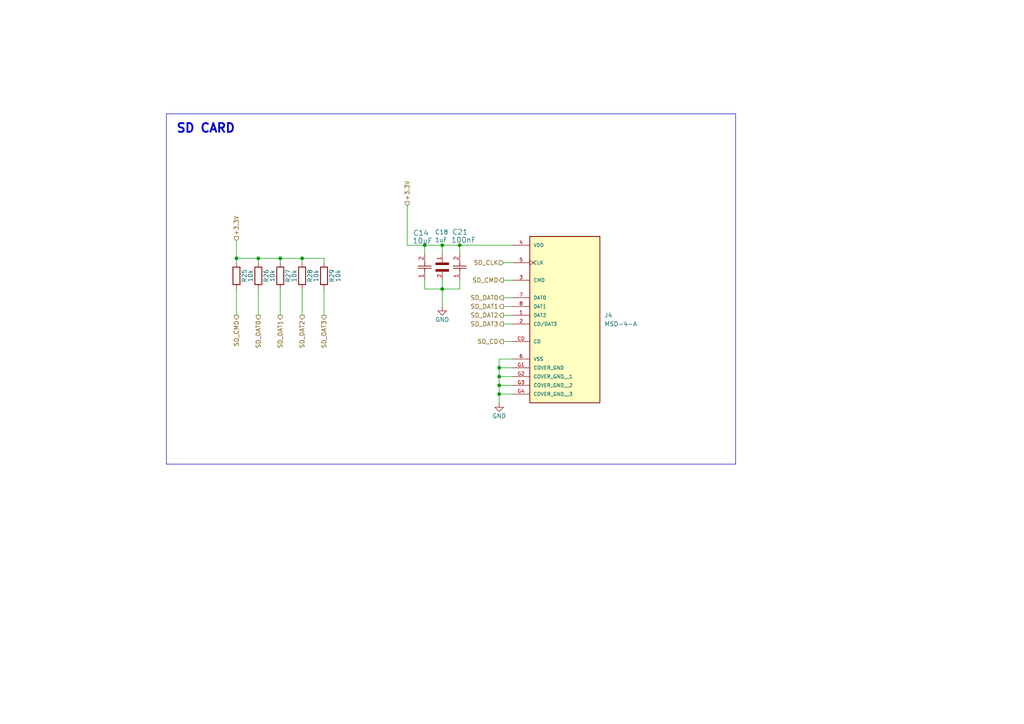
<source format=kicad_sch>
(kicad_sch (version 20250114) (generator "eeschema") (generator_version "9.0")
  (paper "A4")
  (lib_symbols
    (symbol "CL05B104KO5NNNC:CL05B104KO5NNNC" (pin_names (offset 0.254))
      (property "Reference" "C" (at 3.81 3.81 0))
      (property "Value" "CL05B104KO5NNNC" (at 3.81 -3.81 0))
      (symbol "CL05B104KO5NNNC_1_1"
        (polyline (pts (xy 2.54 0) (xy 3.4798 0)) (stroke (width 0.2032)))
        (polyline (pts (xy 3.4798 -1.905) (xy 3.4798 1.905)) (stroke (width 0.2032)))
        (polyline (pts (xy 4.1148 0) (xy 5.08 0)) (stroke (width 0.2032)))
        (polyline (pts (xy 4.1148 -1.905) (xy 4.1148 1.905)) (stroke (width 0.2032)))
        (pin unspecified line (at 0 0 0) (length 2.54) (name "") (number "1"))
        (pin unspecified line (at 7.62 0 180) (length 2.54) (name "") (number "2"))
      )
      (symbol "CL05B104KO5NNNC_1_2"
        (polyline (pts (xy -1.905 -3.4798) (xy 1.905 -3.4798)) (stroke (width 0.2032)))
        (polyline (pts (xy -1.905 -4.1148) (xy 1.905 -4.1148)) (stroke (width 0.2032)))
        (polyline (pts (xy 0 -2.54) (xy 0 -3.4798)) (stroke (width 0.2032)))
        (polyline (pts (xy 0 -4.1148) (xy 0 -5.08)) (stroke (width 0.2032)))
        (pin unspecified line (at 0 0 270) (length 2.54) (name "") (number "1"))
        (pin unspecified line (at 0 -7.62 90) (length 2.54) (name "") (number "2"))
      )
    )
    (symbol "CL31A106KBHNNNE:CL31A106KBHNNNE" (pin_names (offset 0.254))
      (property "Reference" "C" (at 3.81 3.81 0))
      (property "Value" "CL31A106KBHNNNE" (at 3.81 -3.81 0))
      (symbol "CL31A106KBHNNNE_1_1"
        (polyline (pts (xy 2.54 0) (xy 3.4798 0)) (stroke (width 0.2032)))
        (polyline (pts (xy 3.4798 -1.905) (xy 3.4798 1.905)) (stroke (width 0.2032)))
        (polyline (pts (xy 4.1148 0) (xy 5.08 0)) (stroke (width 0.2032)))
        (polyline (pts (xy 4.1148 -1.905) (xy 4.1148 1.905)) (stroke (width 0.2032)))
        (pin unspecified line (at 0 0 0) (length 2.54) (name "") (number "1"))
        (pin unspecified line (at 7.62 0 180) (length 2.54) (name "") (number "2"))
      )
      (symbol "CL31A106KBHNNNE_1_2"
        (polyline (pts (xy -1.905 -3.4798) (xy 1.905 -3.4798)) (stroke (width 0.2032)))
        (polyline (pts (xy -1.905 -4.1148) (xy 1.905 -4.1148)) (stroke (width 0.2032)))
        (polyline (pts (xy 0 -2.54) (xy 0 -3.4798)) (stroke (width 0.2032)))
        (polyline (pts (xy 0 -4.1148) (xy 0 -5.08)) (stroke (width 0.2032)))
        (pin unspecified line (at 0 0 270) (length 2.54) (name "") (number "1"))
        (pin unspecified line (at 0 -7.62 90) (length 2.54) (name "") (number "2"))
      )
    )
    (symbol "CL31B105KBHNNNE:CL31B105KBHNNNE" (pin_names (offset 1.016))
      (property "Reference" "C" (at 0 3.8109 0))
      (property "Value" "CL31B105KBHNNNE" (at 0 -5.0885 0))
      (symbol "CL31B105KBHNNNE_0_0"
        (rectangle (start 0 -1.9069) (end 0.635 1.905) (stroke (width 0.1)) (fill (type outline)))
        (rectangle (start 1.9069 -1.9069) (end 2.54 1.905) (stroke (width 0.1)) (fill (type outline)))
        (pin passive line (at -2.54 0 0) (length 2.54) (name "~") (number "1"))
        (pin passive line (at 5.08 0 180) (length 2.54) (name "~") (number "2"))
      )
    )
    (symbol "Device:R" (pin_numbers (hide yes)) (pin_names (offset 0))
      (property "Reference" "R" (at 2.032 0 90))
      (property "Value" "R" (at 0 0 90))
      (symbol "R_0_1"
        (rectangle (start -1.016 -2.54) (end 1.016 2.54) (stroke (width 0.254)))
      )
      (symbol "R_1_1"
        (pin passive line (at 0 3.81 270) (length 1.27) (name "~") (number "1"))
        (pin passive line (at 0 -3.81 90) (length 1.27) (name "~") (number "2"))
      )
    )
    (symbol "MSD_4_A:MSD-4-A" (pin_names (offset 1.016))
      (property "Reference" "J" (at -10.16 21.082 0))
      (property "Value" "MSD-4-A" (at -10.16 -30.48 0))
      (symbol "MSD-4-A_0_0"
        (rectangle (start -10.16 -27.94) (end 10.16 20.32) (stroke (width 0.254)) (fill (type background)))
        (pin power_in line (at -15.24 17.78 0) (length 5.08) (name "VDD") (number "4"))
        (pin input clock (at -15.24 12.7 0) (length 5.08) (name "CLK") (number "5"))
        (pin bidirectional line (at -15.24 7.62 0) (length 5.08) (name "CMD") (number "3"))
        (pin bidirectional line (at -15.24 2.54 0) (length 5.08) (name "DAT0") (number "7"))
        (pin bidirectional line (at -15.24 0 0) (length 5.08) (name "DAT1") (number "8"))
        (pin bidirectional line (at -15.24 -2.54 0) (length 5.08) (name "DAT2") (number "1"))
        (pin bidirectional line (at -15.24 -5.08 0) (length 5.08) (name "CD/DAT3") (number "2"))
        (pin passive line (at -15.24 -10.16 0) (length 5.08) (name "CD") (number "CD"))
        (pin power_in line (at -15.24 -15.24 0) (length 5.08) (name "VSS") (number "6"))
        (pin power_in line (at -15.24 -17.78 0) (length 5.08) (name "COVER_GND") (number "G1"))
        (pin power_in line (at -15.24 -20.32 0) (length 5.08) (name "COVER_GND__1") (number "G2"))
        (pin power_in line (at -15.24 -22.86 0) (length 5.08) (name "COVER_GND__2") (number "G3"))
        (pin power_in line (at -15.24 -25.4 0) (length 5.08) (name "COVER_GND__3") (number "G4"))
      )
    )
    (symbol "power:GND" (power) (pin_numbers (hide yes)) (pin_names (offset 0) (hide yes))
      (property "Value" "GND" (at 0 -3.81 0))
      (symbol "GND_0_1"
        (polyline (pts (xy 0 0) (xy 0 -1.27) (xy 1.27 -1.27) (xy 0 -2.54) (xy -1.27 -1.27) (xy 0 -1.27)))
      )
      (symbol "GND_1_1"
        (pin power_in line (at 0 0 270) (length 0) (name "~") (number "1"))
      )
    )
  )
  (rectangle (start 48.26 33.02) (end 213.36 134.62))
  (text "SD CARD" (at 59.69 37.338 0) (effects (font (size 2.54 2.54) (thickness 0.508) (bold yes))))
  (junction (at 68.58 74.93))
  (junction (at 144.78 114.3))
  (junction (at 133.35 71.12))
  (junction (at 144.78 106.68))
  (junction (at 128.27 71.12))
  (junction (at 144.78 111.76))
  (junction (at 87.63 74.93))
  (junction (at 74.93 74.93))
  (junction (at 144.78 109.22))
  (junction (at 128.27 83.82))
  (junction (at 81.28 74.93))
  (junction (at 123.19 71.12))
  (wire (pts (xy 133.35 71.12) (xy 148.59 71.12)))
  (wire (pts (xy 144.78 109.22) (xy 144.78 111.76)))
  (wire (pts (xy 146.05 93.98) (xy 148.59 93.98)))
  (wire (pts (xy 128.27 83.82) (xy 128.27 88.9)))
  (wire (pts (xy 128.27 71.12) (xy 133.35 71.12)))
  (wire (pts (xy 123.19 73.66) (xy 123.19 71.12)))
  (wire (pts (xy 68.58 69.85) (xy 68.58 74.93)))
  (wire (pts (xy 81.28 83.82) (xy 81.28 91.44)))
  (wire (pts (xy 74.93 83.82) (xy 74.93 91.44)))
  (wire (pts (xy 93.98 74.93) (xy 87.63 74.93)))
  (wire (pts (xy 68.58 91.44) (xy 68.58 83.82)))
  (wire (pts (xy 118.11 59.69) (xy 118.11 71.12)))
  (wire (pts (xy 68.58 74.93) (xy 74.93 74.93)))
  (wire (pts (xy 123.19 83.82) (xy 123.19 81.28)))
  (wire (pts (xy 148.59 104.14) (xy 144.78 104.14)))
  (wire (pts (xy 144.78 111.76) (xy 148.59 111.76)))
  (wire (pts (xy 123.19 71.12) (xy 128.27 71.12)))
  (wire (pts (xy 133.35 81.28) (xy 133.35 83.82)))
  (wire (pts (xy 128.27 73.66) (xy 128.27 71.12)))
  (wire (pts (xy 146.05 76.2) (xy 148.59 76.2)))
  (wire (pts (xy 68.58 74.93) (xy 68.58 76.2)))
  (wire (pts (xy 146.05 91.44) (xy 148.59 91.44)))
  (wire (pts (xy 144.78 104.14) (xy 144.78 106.68)))
  (wire (pts (xy 146.05 81.28) (xy 148.59 81.28)))
  (wire (pts (xy 146.05 99.06) (xy 148.59 99.06)))
  (wire (pts (xy 87.63 74.93) (xy 87.63 76.2)))
  (wire (pts (xy 118.11 71.12) (xy 123.19 71.12)))
  (wire (pts (xy 144.78 109.22) (xy 148.59 109.22)))
  (wire (pts (xy 144.78 111.76) (xy 144.78 114.3)))
  (wire (pts (xy 146.05 86.36) (xy 148.59 86.36)))
  (wire (pts (xy 146.05 88.9) (xy 148.59 88.9)))
  (wire (pts (xy 144.78 114.3) (xy 148.59 114.3)))
  (wire (pts (xy 128.27 81.28) (xy 128.27 83.82)))
  (wire (pts (xy 133.35 73.66) (xy 133.35 71.12)))
  (wire (pts (xy 144.78 106.68) (xy 148.59 106.68)))
  (wire (pts (xy 87.63 74.93) (xy 81.28 74.93)))
  (wire (pts (xy 93.98 76.2) (xy 93.98 74.93)))
  (wire (pts (xy 93.98 83.82) (xy 93.98 91.44)))
  (wire (pts (xy 87.63 83.82) (xy 87.63 91.44)))
  (wire (pts (xy 144.78 106.68) (xy 144.78 109.22)))
  (wire (pts (xy 74.93 76.2) (xy 74.93 74.93)))
  (wire (pts (xy 81.28 74.93) (xy 74.93 74.93)))
  (wire (pts (xy 133.35 83.82) (xy 128.27 83.82)))
  (wire (pts (xy 81.28 74.93) (xy 81.28 76.2)))
  (wire (pts (xy 144.78 114.3) (xy 144.78 116.84)))
  (wire (pts (xy 128.27 83.82) (xy 123.19 83.82)))
  (hierarchical_label "+3.3V" (shape input) (at 118.11 59.69 90))
  (hierarchical_label "SD_DAT1" (shape output) (at 146.05 88.9 180))
  (hierarchical_label "+3.3V" (shape input) (at 68.58 69.85 90))
  (hierarchical_label "SD_DAT3" (shape output) (at 93.98 91.44 270))
  (hierarchical_label "SD_CD" (shape output) (at 146.05 99.06 180))
  (hierarchical_label "SD_DAT3" (shape output) (at 146.05 93.98 180))
  (hierarchical_label "SD_CMD" (shape output) (at 146.05 81.28 180))
  (hierarchical_label "SD_DAT2" (shape output) (at 87.63 91.44 270))
  (hierarchical_label "SD_CLK" (shape input) (at 146.05 76.2 180))
  (hierarchical_label "SD_DAT0" (shape output) (at 146.05 86.36 180))
  (hierarchical_label "SD_DAT2" (shape output) (at 146.05 91.44 180))
  (hierarchical_label "SD_DAT0" (shape output) (at 74.93 91.44 270))
  (hierarchical_label "SD_CMD" (shape output) (at 68.58 91.44 270))
  (hierarchical_label "SD_DAT1" (shape output) (at 81.28 91.44 270))
  (symbol (lib_id "CL31B105KBHNNNE:CL31B105KBHNNNE") (at 128.27 76.2 90) (mirror x) (unit 1)
    (property "Reference" "C18" (at 130.048 67.31 90) (effects (justify left)))
    (property "Value" "1uF" (at 129.794 69.596 90) (effects (justify left)))
    (property "Footprint" "CL31B105KBHNNNE:CAPC3216X180N" (effects (hide yes)))
    (property "Description" "CL31B105KBHNNNE" (effects (hide yes)))
    (property "E_max" "1.8" (effects (hide yes)))
    (property "L_max" "0.8" (effects (hide yes)))
    (property "A_max" "1.8" (effects (hide yes)))
    (property "L1_nom" "0.5" (effects (hide yes)))
    (property "D_max" "3.4" (effects (hide yes)))
    (property "A_nom" "1.8" (effects (hide yes)))
    (property "L1_max" "0.8" (effects (hide yes)))
    (property "L1_min" "0.2" (effects (hide yes)))
    (property "A_min" "1.8" (effects (hide yes)))
    (property "E_min" "1.4" (effects (hide yes)))
    (property "D_min" "3.0" (effects (hide yes)))
    (property "D_nom" "3.2" (effects (hide yes)))
    (property "E_nom" "1.6" (effects (hide yes)))
    (property "STANDARD" "IPC 7351B" (effects (hide yes)))
    (property "L_min" "0.2" (effects (hide yes)))
    (property "L_nom" "0.5" (effects (hide yes)))
    (property "MANUFACTURER" "Samsung Electro-Mechanics" (effects (hide yes)))
    (property "MPN" "C1848" (effects (hide yes)))
  )
  (symbol (lib_id "CL31A106KBHNNNE:CL31A106KBHNNNE") (at 123.19 81.28 270) (mirror x) (unit 1)
    (property "Reference" "C14" (at 124.46 67.564 90) (effects (font (size 1.524 1.524)) (justify right)))
    (property "Value" "10uF" (at 125.476 69.85 90) (effects (font (size 1.524 1.524)) (justify right)))
    (property "Footprint" "CL31A106KBHNNNE:CAP_CL31_SAM" (effects (hide yes)))
    (property "Datasheet" "CL31A106KBHNNNE" (effects (hide yes)))
    (property "Description" "CL31A106KBHNNNE" (effects (hide yes)))
    (property "MPN" "C13585" (effects (hide yes)))
  )
  (symbol (lib_id "MSD_4_A:MSD-4-A") (at 163.83 88.9 0) (unit 1)
    (property "Reference" "J4" (at 175.26 91.4399 0) (effects (justify left)))
    (property "Value" "MSD-4-A" (at 175.26 93.9799 0) (effects (justify left)))
    (property "Footprint" "MSD_4_A:CUI_MSD-4-A" (effects (hide yes)))
    (property "Datasheet" "https://www.sameskydevices.com/product/resource/msd-4-a.pdf" (effects (hide yes)))
    (property "PARTREV" "1.0" (effects (hide yes)))
    (property "STANDARD" "Manufacturer Recommendations" (effects (hide yes)))
    (property "MAXIMUM_PACKAGE_HEIGHT" "2.00mm" (effects (hide yes)))
    (property "MANUFACTURER" "CUI Devices" (effects (hide yes)))
    (property "MPN" "C22367949" (effects (hide yes)))
  )
  (symbol (lib_id "Device:R") (at 81.28 80.01 180) (unit 1)
    (property "Reference" "R27" (at 83.566 80.01 90))
    (property "Value" "10k" (at 85.344 80.01 90))
    (property "Footprint" "Resistor_SMD:R_0201_0603Metric" (effects (hide yes)))
    (property "Description" "0603WAF1002T5E" (effects (hide yes)))
    (property "MPN" "C25804" (effects (hide yes)))
  )
  (symbol (lib_id "Device:R") (at 68.58 80.01 180) (unit 1)
    (property "Reference" "R25" (at 70.866 80.01 90))
    (property "Value" "10k" (at 72.644 80.01 90))
    (property "Footprint" "Resistor_SMD:R_0201_0603Metric" (effects (hide yes)))
    (property "Description" "0603WAF1002T5E" (effects (hide yes)))
    (property "MPN" "C25804" (effects (hide yes)))
  )
  (symbol (lib_id "Device:R") (at 87.63 80.01 180) (unit 1)
    (property "Reference" "R28" (at 89.916 80.01 90))
    (property "Value" "10k" (at 91.694 80.01 90))
    (property "Footprint" "Resistor_SMD:R_0201_0603Metric" (effects (hide yes)))
    (property "Description" "0603WAF1002T5E" (effects (hide yes)))
    (property "MPN" "C25804" (effects (hide yes)))
  )
  (symbol (lib_id "Device:R") (at 74.93 80.01 180) (unit 1)
    (property "Reference" "R26" (at 77.216 80.01 90))
    (property "Value" "10k" (at 78.994 80.01 90))
    (property "Footprint" "Resistor_SMD:R_0201_0603Metric" (effects (hide yes)))
    (property "Description" "0603WAF1002T5E" (effects (hide yes)))
    (property "MPN" "C25804" (effects (hide yes)))
  )
  (symbol (lib_id "power:GND") (at 128.27 88.9 0) (unit 1)
    (property "Reference" "#PWR051" (effects (hide yes)))
    (property "Value" "GND" (at 128.27 92.71 0))
    (property "Description" "Power symbol creates a global label with name \"GND\" , ground" (effects (hide yes)))
  )
  (symbol (lib_id "Device:R") (at 93.98 80.01 180) (unit 1)
    (property "Reference" "R29" (at 96.266 80.01 90))
    (property "Value" "10k" (at 98.044 80.01 90))
    (property "Footprint" "Resistor_SMD:R_0201_0603Metric" (effects (hide yes)))
    (property "Description" "0603WAF1002T5E" (effects (hide yes)))
    (property "MPN" "C25804" (effects (hide yes)))
  )
  (symbol (lib_id "CL05B104KO5NNNC:CL05B104KO5NNNC") (at 133.35 81.28 90) (unit 1)
    (property "Reference" "C21" (at 131.064 67.31 90) (effects (font (size 1.524 1.524)) (justify right)))
    (property "Value" "100nF" (at 130.81 69.596 90) (effects (font (size 1.524 1.524)) (justify right)))
    (property "Footprint" "CL05B224KO5NNNC:CAPC1005X55N" (effects (hide yes)))
    (property "Datasheet" "CL05B104KO5NNNC" (effects (hide yes)))
    (property "Description" "CL05B104KO5NNNC" (effects (hide yes)))
    (property "MPN" "C1525" (effects (hide yes)))
  )
  (symbol (lib_id "power:GND") (at 144.78 116.84 0) (unit 1)
    (property "Reference" "#PWR050" (effects (hide yes)))
    (property "Value" "GND" (at 144.78 120.65 0))
    (property "Description" "Power symbol creates a global label with name \"GND\" , ground" (effects (hide yes)))
  )
)
</source>
